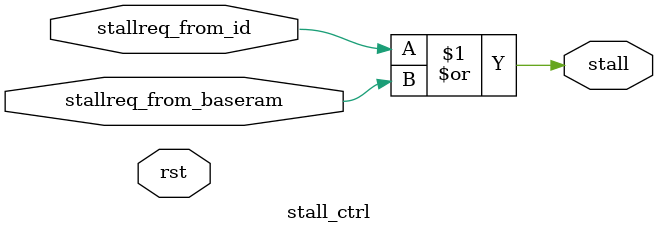
<source format=v>
/*
-- ============================================================================
-- FILE NAME	: stall_ctrl.v
-- DESCRIPTION  : 本模块用于处理流水线暂停信号的生成
-- ----------------------------------------------------------------------------
-- Date         : 2022/6/8		  
-- Coding_by	: 夏卓
-- ============================================================================
*/

`include "defines.v"

module stall_ctrl (
    input wire					 rst,

    //来自id阶段的暂停请求
	input wire                   stallreq_from_id,

	//来自baseram的暂停请求
	input wire 					 stallreq_from_baseram,

	output wire              	 stall
);

	assign stall = stallreq_from_id | stallreq_from_baseram;

endmodule //ctrl
</source>
